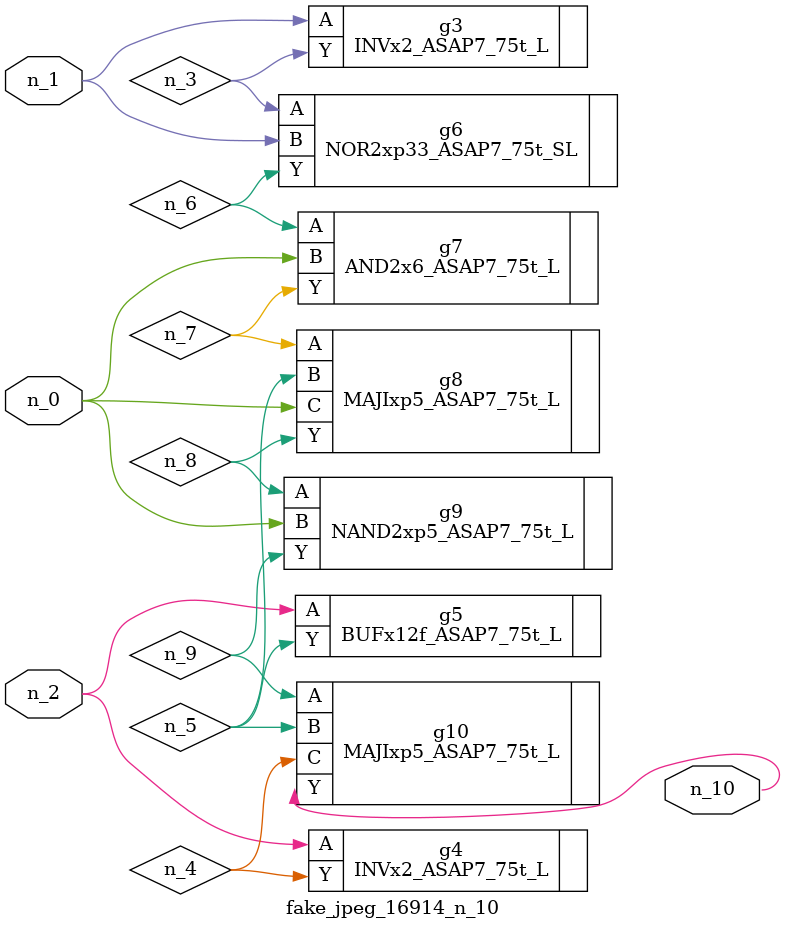
<source format=v>
module fake_jpeg_16914_n_10 (n_0, n_2, n_1, n_10);

input n_0;
input n_2;
input n_1;

output n_10;

wire n_3;
wire n_4;
wire n_8;
wire n_9;
wire n_6;
wire n_5;
wire n_7;

INVx2_ASAP7_75t_L g3 ( 
.A(n_1),
.Y(n_3)
);

INVx2_ASAP7_75t_L g4 ( 
.A(n_2),
.Y(n_4)
);

BUFx12f_ASAP7_75t_L g5 ( 
.A(n_2),
.Y(n_5)
);

NOR2xp33_ASAP7_75t_SL g6 ( 
.A(n_3),
.B(n_1),
.Y(n_6)
);

AND2x6_ASAP7_75t_L g7 ( 
.A(n_6),
.B(n_0),
.Y(n_7)
);

MAJIxp5_ASAP7_75t_L g8 ( 
.A(n_7),
.B(n_5),
.C(n_0),
.Y(n_8)
);

NAND2xp5_ASAP7_75t_L g9 ( 
.A(n_8),
.B(n_0),
.Y(n_9)
);

MAJIxp5_ASAP7_75t_L g10 ( 
.A(n_9),
.B(n_5),
.C(n_4),
.Y(n_10)
);


endmodule
</source>
